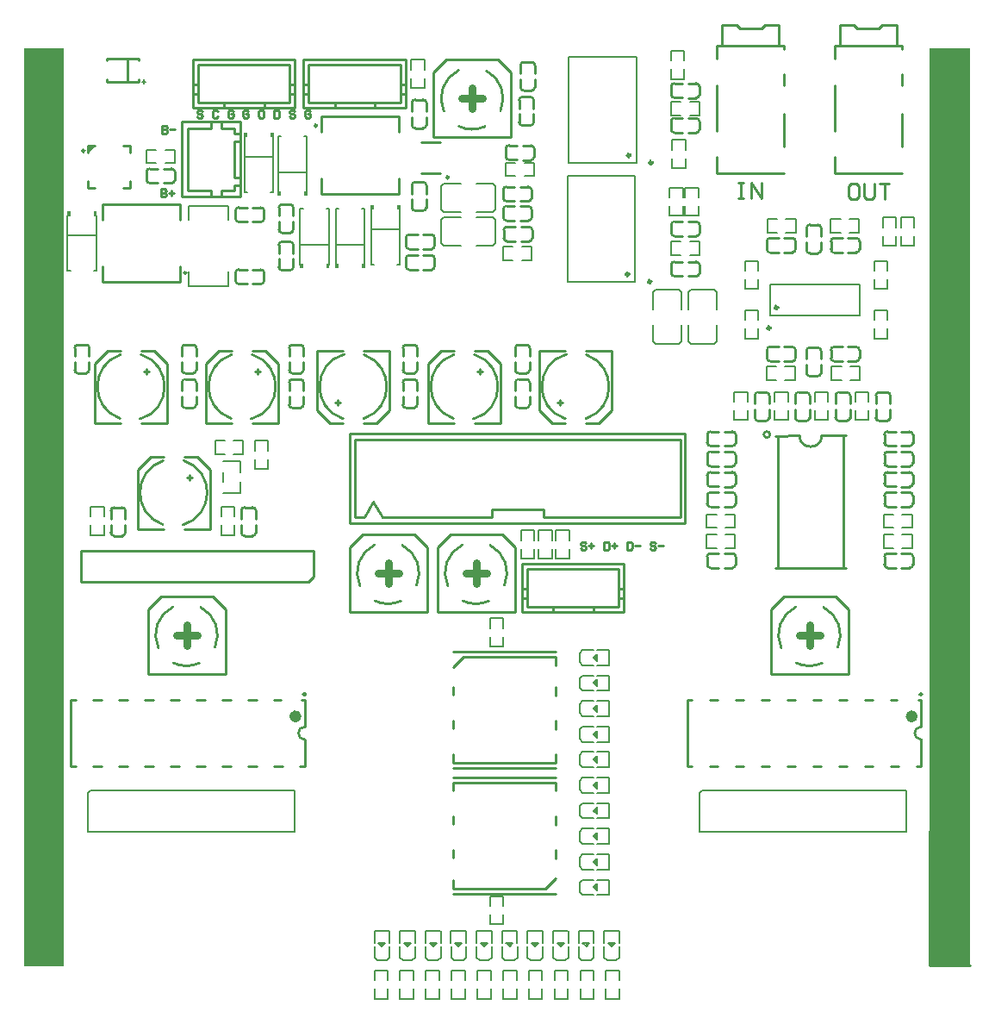
<source format=gto>
G04*
G04 #@! TF.GenerationSoftware,Altium Limited,Altium Designer,20.2.6 (244)*
G04*
G04 Layer_Color=65535*
%FSLAX24Y24*%
%MOIN*%
G70*
G04*
G04 #@! TF.SameCoordinates,B6A14326-B2C9-468C-B45E-93355CF85A49*
G04*
G04*
G04 #@! TF.FilePolarity,Positive*
G04*
G01*
G75*
%ADD10C,0.0100*%
%ADD11C,0.0118*%
%ADD12C,0.0236*%
%ADD13C,0.0098*%
%ADD14C,0.0098*%
%ADD15C,0.0060*%
%ADD16C,0.0060*%
%ADD17C,0.0300*%
%ADD18C,0.0059*%
G36*
X23982Y48150D02*
X23882D01*
Y49050D01*
X23982D01*
Y48150D01*
D02*
G37*
G36*
X29582Y45993D02*
X29450D01*
Y46173D01*
X29582D01*
Y45993D01*
D02*
G37*
G36*
X28550D02*
X28418D01*
Y46173D01*
X28550D01*
Y45993D01*
D02*
G37*
G36*
X22373Y45470D02*
Y45677D01*
X22580Y45680D01*
X22373Y45470D01*
D02*
G37*
G36*
X29850Y43727D02*
X29718D01*
Y43907D01*
X29850D01*
Y43727D01*
D02*
G37*
G36*
X22732Y42943D02*
X22600D01*
Y43123D01*
X22732D01*
Y42943D01*
D02*
G37*
G36*
X21700D02*
X21568D01*
Y43123D01*
X21700D01*
Y42943D01*
D02*
G37*
G36*
X21460Y13950D02*
X19900D01*
Y49450D01*
X21460D01*
Y13950D01*
D02*
G37*
G36*
X30882Y43727D02*
X30750D01*
Y43907D01*
X30882D01*
Y43727D01*
D02*
G37*
G36*
X34482Y43193D02*
X34350D01*
Y43373D01*
X34482D01*
Y43193D01*
D02*
G37*
G36*
X33450D02*
X33318D01*
Y43373D01*
X33450D01*
Y43193D01*
D02*
G37*
G36*
X33103Y40927D02*
X32971D01*
Y41107D01*
X33103D01*
Y40927D01*
D02*
G37*
G36*
X32071D02*
X31940D01*
Y41107D01*
X32071D01*
Y40927D01*
D02*
G37*
G36*
X31732D02*
X31600D01*
Y41107D01*
X31732D01*
Y40927D01*
D02*
G37*
G36*
X30700D02*
X30568D01*
Y41107D01*
X30700D01*
Y40927D01*
D02*
G37*
G36*
X56500Y13950D02*
X54940D01*
Y49450D01*
X56500D01*
Y13950D01*
D02*
G37*
D10*
X33484Y28067D02*
G03*
X34497Y28058I516J1083D01*
G01*
X35100Y28672D02*
G03*
X34557Y30213I-1100J478D01*
G01*
X33482Y30233D02*
G03*
X32909Y28650I518J-1083D01*
G01*
X36882Y30233D02*
G03*
X36309Y28650I518J-1083D01*
G01*
X38500Y28672D02*
G03*
X37957Y30213I-1100J478D01*
G01*
X36884Y28067D02*
G03*
X37897Y28058I516J1083D01*
G01*
X49784Y25667D02*
G03*
X50797Y25658I516J1083D01*
G01*
X51400Y26272D02*
G03*
X50857Y27813I-1100J478D01*
G01*
X49782Y27833D02*
G03*
X49209Y26250I518J-1083D01*
G01*
X26200Y40750D02*
G03*
X26200Y40750I-50J0D01*
G01*
X31250Y46450D02*
G03*
X31250Y46450I-50J0D01*
G01*
X53325Y29902D02*
G03*
X53203Y29780I0J-122D01*
G01*
Y29465D02*
G03*
X53325Y29343I122J-0D01*
G01*
X54303Y29778D02*
G03*
X54181Y29900I-122J0D01*
G01*
Y29341D02*
G03*
X54303Y29463I0J122D01*
G01*
X54181Y31698D02*
G03*
X54303Y31820I0J122D01*
G01*
Y32135D02*
G03*
X54181Y32257I-122J0D01*
G01*
X53203Y31822D02*
G03*
X53325Y31700I122J-0D01*
G01*
Y32259D02*
G03*
X53203Y32137I0J-122D01*
G01*
X54181Y32484D02*
G03*
X54303Y32606I0J122D01*
G01*
Y32921D02*
G03*
X54181Y33043I-122J0D01*
G01*
X53203Y32608D02*
G03*
X53325Y32486I122J-0D01*
G01*
Y33045D02*
G03*
X53203Y32923I0J-122D01*
G01*
X54181Y33270D02*
G03*
X54303Y33392I0J122D01*
G01*
Y33706D02*
G03*
X54181Y33828I-122J0D01*
G01*
X53203Y33394D02*
G03*
X53325Y33272I122J-0D01*
G01*
Y33831D02*
G03*
X53203Y33709I0J-122D01*
G01*
X54181Y34055D02*
G03*
X54303Y34177I0J122D01*
G01*
Y34492D02*
G03*
X54181Y34614I-122J0D01*
G01*
X53203Y34180D02*
G03*
X53325Y34058I122J-0D01*
G01*
Y34616D02*
G03*
X53203Y34495I0J-122D01*
G01*
X49917Y34460D02*
G03*
X50783Y34460I433J0D01*
G01*
X48775Y34498D02*
G03*
X48775Y34498I-118J0D01*
G01*
X28701Y35098D02*
G03*
X28746Y37588I-351J1252D01*
G01*
X27939Y37583D02*
G03*
X27923Y35122I411J-1233D01*
G01*
X26018Y36991D02*
G03*
X26140Y36869I122J0D01*
G01*
X26455D02*
G03*
X26577Y36991I0J122D01*
G01*
X26143Y37970D02*
G03*
X26021Y37848I-0J-122D01*
G01*
X26580D02*
G03*
X26458Y37970I-122J0D01*
G01*
X26580Y36509D02*
G03*
X26458Y36631I-122J0D01*
G01*
X26143D02*
G03*
X26021Y36509I-0J-122D01*
G01*
X26455Y35530D02*
G03*
X26577Y35652I0J122D01*
G01*
X26018D02*
G03*
X26140Y35530I122J0D01*
G01*
X54628Y23200D02*
G03*
X54628Y22700I-0J-250D01*
G01*
X25289Y33483D02*
G03*
X25273Y31022I411J-1233D01*
G01*
X26051Y30998D02*
G03*
X26096Y33488I-351J1252D01*
G01*
X28320Y30700D02*
G03*
X28442Y30578I122J0D01*
G01*
X28757D02*
G03*
X28879Y30700I0J122D01*
G01*
X28445Y31679D02*
G03*
X28323Y31557I-0J-122D01*
G01*
X28882D02*
G03*
X28760Y31679I-122J0D01*
G01*
X23639Y37583D02*
G03*
X23623Y35122I411J-1233D01*
G01*
X24401Y35098D02*
G03*
X24446Y37588I-351J1252D01*
G01*
X21870Y36991D02*
G03*
X21992Y36869I122J0D01*
G01*
X22307D02*
G03*
X22429Y36991I0J122D01*
G01*
X21995Y37970D02*
G03*
X21873Y37848I-0J-122D01*
G01*
X22432D02*
G03*
X22310Y37970I-122J0D01*
G01*
X23270Y30700D02*
G03*
X23392Y30578I122J0D01*
G01*
X23707D02*
G03*
X23829Y30700I0J122D01*
G01*
X23395Y31679D02*
G03*
X23273Y31557I-0J-122D01*
G01*
X23832D02*
G03*
X23710Y31679I-122J0D01*
G01*
X30778Y23200D02*
G03*
X30778Y22700I-0J-250D01*
G01*
X25684Y25667D02*
G03*
X26697Y25658I516J1083D01*
G01*
X27300Y26272D02*
G03*
X26757Y27813I-1100J478D01*
G01*
X25682Y27833D02*
G03*
X25109Y26250I518J-1083D01*
G01*
X25625Y44220D02*
G03*
X25747Y44342I0J122D01*
G01*
Y44657D02*
G03*
X25625Y44779I-122J0D01*
G01*
X24647Y44345D02*
G03*
X24769Y44223I122J-0D01*
G01*
Y44782D02*
G03*
X24647Y44660I0J-122D01*
G01*
X29075Y40320D02*
G03*
X29197Y40442I0J122D01*
G01*
Y40757D02*
G03*
X29075Y40879I-122J0D01*
G01*
X28097Y40445D02*
G03*
X28219Y40323I122J-0D01*
G01*
Y40882D02*
G03*
X28097Y40760I0J-122D01*
G01*
X29075Y42720D02*
G03*
X29197Y42842I0J122D01*
G01*
Y43157D02*
G03*
X29075Y43279I-122J0D01*
G01*
X28097Y42845D02*
G03*
X28219Y42723I122J-0D01*
G01*
Y43282D02*
G03*
X28097Y43160I0J-122D01*
G01*
X36539Y37583D02*
G03*
X36523Y35122I411J-1233D01*
G01*
X37301Y35098D02*
G03*
X37346Y37588I-351J1252D01*
G01*
X34568Y35652D02*
G03*
X34690Y35530I122J0D01*
G01*
X35005D02*
G03*
X35127Y35652I0J122D01*
G01*
X34693Y36631D02*
G03*
X34571Y36509I-0J-122D01*
G01*
X35130D02*
G03*
X35008Y36631I-122J0D01*
G01*
X35130Y37848D02*
G03*
X35008Y37970I-122J0D01*
G01*
X34693D02*
G03*
X34571Y37848I-0J-122D01*
G01*
X35005Y36869D02*
G03*
X35127Y36991I0J122D01*
G01*
X34568D02*
G03*
X34690Y36869I122J0D01*
G01*
X36350Y44450D02*
G03*
X36350Y44450I-50J0D01*
G01*
X35480Y47325D02*
G03*
X35358Y47447I-122J0D01*
G01*
X35043D02*
G03*
X34921Y47325I-0J-122D01*
G01*
X35355Y46347D02*
G03*
X35477Y46469I0J122D01*
G01*
X34918D02*
G03*
X35040Y46347I122J0D01*
G01*
X34918Y43275D02*
G03*
X35040Y43153I122J0D01*
G01*
X35355D02*
G03*
X35477Y43275I0J122D01*
G01*
X35043Y44253D02*
G03*
X34921Y44131I-0J-122D01*
G01*
X35480D02*
G03*
X35358Y44253I-122J0D01*
G01*
X36734Y46417D02*
G03*
X37747Y46408I516J1083D01*
G01*
X38350Y47022D02*
G03*
X37807Y48563I-1100J478D01*
G01*
X36732Y48583D02*
G03*
X36159Y47000I518J-1083D01*
G01*
X29770Y40975D02*
G03*
X29892Y40853I122J0D01*
G01*
X30207D02*
G03*
X30329Y40975I0J122D01*
G01*
X29895Y41953D02*
G03*
X29773Y41831I-0J-122D01*
G01*
X30332D02*
G03*
X30210Y41953I-122J0D01*
G01*
X30332Y43275D02*
G03*
X30210Y43397I-122J0D01*
G01*
X29895D02*
G03*
X29773Y43275I-0J-122D01*
G01*
X30207Y42297D02*
G03*
X30329Y42419I0J122D01*
G01*
X29770D02*
G03*
X29892Y42297I122J0D01*
G01*
X30730Y37848D02*
G03*
X30608Y37970I-122J0D01*
G01*
X30293D02*
G03*
X30171Y37848I-0J-122D01*
G01*
X30605Y36869D02*
G03*
X30727Y36991I0J122D01*
G01*
X30168D02*
G03*
X30290Y36869I122J0D01*
G01*
X30168Y35652D02*
G03*
X30290Y35530I122J0D01*
G01*
X30605D02*
G03*
X30727Y35652I0J122D01*
G01*
X30293Y36631D02*
G03*
X30171Y36509I-0J-122D01*
G01*
X30730D02*
G03*
X30608Y36631I-122J0D01*
G01*
X33061Y35117D02*
G03*
X33077Y37578I-411J1233D01*
G01*
X32299Y37602D02*
G03*
X32254Y35112I351J-1252D01*
G01*
X38918Y35652D02*
G03*
X39040Y35530I122J0D01*
G01*
X39355D02*
G03*
X39477Y35652I0J122D01*
G01*
X39043Y36631D02*
G03*
X38921Y36509I-0J-122D01*
G01*
X39480D02*
G03*
X39358Y36631I-122J0D01*
G01*
X39480Y37848D02*
G03*
X39358Y37970I-122J0D01*
G01*
X39043D02*
G03*
X38921Y37848I-0J-122D01*
G01*
X39355Y36869D02*
G03*
X39477Y36991I0J122D01*
G01*
X38918D02*
G03*
X39040Y36869I122J0D01*
G01*
X41661Y35117D02*
G03*
X41677Y37578I-411J1233D01*
G01*
X40899Y37602D02*
G03*
X40854Y35112I351J-1252D01*
G01*
X35675Y41670D02*
G03*
X35797Y41792I0J122D01*
G01*
Y42107D02*
G03*
X35675Y42229I-122J0D01*
G01*
X34697Y41795D02*
G03*
X34819Y41673I122J-0D01*
G01*
Y42232D02*
G03*
X34697Y42110I0J-122D01*
G01*
X35675Y40870D02*
G03*
X35797Y40992I0J122D01*
G01*
Y41307D02*
G03*
X35675Y41429I-122J0D01*
G01*
X34697Y40995D02*
G03*
X34819Y40873I122J-0D01*
G01*
Y41432D02*
G03*
X34697Y41310I0J-122D01*
G01*
X49642Y41539D02*
G03*
X49764Y41661I0J122D01*
G01*
Y41976D02*
G03*
X49642Y42098I-122J0D01*
G01*
X48663Y41663D02*
G03*
X48785Y41541I122J-0D01*
G01*
Y42100D02*
G03*
X48663Y41978I0J-122D01*
G01*
X48785Y37891D02*
G03*
X48663Y37769I0J-122D01*
G01*
Y37454D02*
G03*
X48785Y37332I122J-0D01*
G01*
X49764Y37767D02*
G03*
X49642Y37889I-122J0D01*
G01*
Y37330D02*
G03*
X49764Y37452I0J122D01*
G01*
X50193Y41636D02*
G03*
X50315Y41514I122J0D01*
G01*
X50630D02*
G03*
X50752Y41636I0J122D01*
G01*
X50317Y42615D02*
G03*
X50195Y42493I-0J-122D01*
G01*
X50754D02*
G03*
X50632Y42615I-122J0D01*
G01*
X50752Y37737D02*
G03*
X50630Y37859I-122J0D01*
G01*
X50315D02*
G03*
X50193Y37737I-0J-122D01*
G01*
X50628Y36758D02*
G03*
X50750Y36880I0J122D01*
G01*
X50191D02*
G03*
X50313Y36758I122J0D01*
G01*
X51256Y42100D02*
G03*
X51134Y41978I0J-122D01*
G01*
Y41663D02*
G03*
X51256Y41541I122J-0D01*
G01*
X52235Y41976D02*
G03*
X52113Y42098I-122J0D01*
G01*
Y41539D02*
G03*
X52235Y41661I0J122D01*
G01*
X52113Y37330D02*
G03*
X52235Y37452I0J122D01*
G01*
Y37767D02*
G03*
X52113Y37889I-122J0D01*
G01*
X51134Y37454D02*
G03*
X51256Y37332I122J-0D01*
G01*
Y37891D02*
G03*
X51134Y37769I0J-122D01*
G01*
X38599Y42530D02*
G03*
X38477Y42408I0J-122D01*
G01*
Y42093D02*
G03*
X38599Y41971I122J-0D01*
G01*
X39578Y42405D02*
G03*
X39456Y42527I-122J0D01*
G01*
Y41968D02*
G03*
X39578Y42090I0J122D01*
G01*
X45925Y40620D02*
G03*
X46047Y40742I0J122D01*
G01*
Y41057D02*
G03*
X45925Y41179I-122J0D01*
G01*
X44947Y40745D02*
G03*
X45069Y40623I122J-0D01*
G01*
Y41182D02*
G03*
X44947Y41060I0J-122D01*
G01*
X47325Y32484D02*
G03*
X47447Y32606I0J122D01*
G01*
Y32921D02*
G03*
X47325Y33043I-122J0D01*
G01*
X46347Y32608D02*
G03*
X46469Y32486I122J-0D01*
G01*
Y33045D02*
G03*
X46347Y32923I0J-122D01*
G01*
X47325Y31698D02*
G03*
X47447Y31820I0J122D01*
G01*
Y32135D02*
G03*
X47325Y32257I-122J0D01*
G01*
X46347Y31822D02*
G03*
X46469Y31700I122J-0D01*
G01*
Y32259D02*
G03*
X46347Y32137I0J-122D01*
G01*
X47325Y33270D02*
G03*
X47447Y33392I0J122D01*
G01*
Y33706D02*
G03*
X47325Y33828I-122J0D01*
G01*
X46347Y33394D02*
G03*
X46469Y33272I122J-0D01*
G01*
Y33831D02*
G03*
X46347Y33709I0J-122D01*
G01*
X47325Y34055D02*
G03*
X47447Y34177I0J122D01*
G01*
Y34492D02*
G03*
X47325Y34614I-122J0D01*
G01*
X46347Y34180D02*
G03*
X46469Y34058I122J-0D01*
G01*
Y34616D02*
G03*
X46347Y34495I0J-122D01*
G01*
X38575Y43330D02*
G03*
X38453Y43208I0J-122D01*
G01*
Y42893D02*
G03*
X38575Y42771I122J-0D01*
G01*
X39553Y43205D02*
G03*
X39431Y43327I-122J0D01*
G01*
Y42768D02*
G03*
X39553Y42890I0J122D01*
G01*
X45075Y42730D02*
G03*
X44953Y42608I0J-122D01*
G01*
Y42293D02*
G03*
X45075Y42171I122J-0D01*
G01*
X46053Y42605D02*
G03*
X45931Y42727I-122J0D01*
G01*
Y42168D02*
G03*
X46053Y42290I0J122D01*
G01*
X39425Y43520D02*
G03*
X39547Y43642I0J122D01*
G01*
Y43957D02*
G03*
X39425Y44079I-122J0D01*
G01*
X38447Y43645D02*
G03*
X38569Y43523I122J-0D01*
G01*
Y44082D02*
G03*
X38447Y43960I0J-122D01*
G01*
X47325Y29341D02*
G03*
X47447Y29463I0J122D01*
G01*
Y29778D02*
G03*
X47325Y29900I-122J0D01*
G01*
X46347Y29465D02*
G03*
X46469Y29343I122J-0D01*
G01*
Y29902D02*
G03*
X46347Y29780I0J-122D01*
G01*
X38675Y45680D02*
G03*
X38553Y45558I0J-122D01*
G01*
Y45243D02*
G03*
X38675Y45121I122J-0D01*
G01*
X39653Y45555D02*
G03*
X39531Y45677I-122J0D01*
G01*
Y45118D02*
G03*
X39653Y45240I0J122D01*
G01*
X45925Y46170D02*
G03*
X46047Y46292I0J122D01*
G01*
Y46607D02*
G03*
X45925Y46729I-122J0D01*
G01*
X44947Y46295D02*
G03*
X45069Y46173I122J-0D01*
G01*
Y46732D02*
G03*
X44947Y46610I0J-122D01*
G01*
X39070Y46575D02*
G03*
X39192Y46453I122J0D01*
G01*
X39507D02*
G03*
X39629Y46575I0J122D01*
G01*
X39195Y47553D02*
G03*
X39073Y47431I-0J-122D01*
G01*
X39632D02*
G03*
X39510Y47553I-122J0D01*
G01*
X45069Y48080D02*
G03*
X44947Y47958I0J-122D01*
G01*
Y47643D02*
G03*
X45069Y47521I122J-0D01*
G01*
X46047Y47955D02*
G03*
X45925Y48077I-122J0D01*
G01*
Y47518D02*
G03*
X46047Y47640I0J122D01*
G01*
X48190Y35150D02*
G03*
X48312Y35028I122J0D01*
G01*
X48627D02*
G03*
X48749Y35150I0J122D01*
G01*
X48314Y36129D02*
G03*
X48192Y36007I-0J-122D01*
G01*
X48751D02*
G03*
X48629Y36129I-122J0D01*
G01*
X52870Y35150D02*
G03*
X52992Y35028I122J0D01*
G01*
X53307D02*
G03*
X53429Y35150I0J122D01*
G01*
X52995Y36129D02*
G03*
X52873Y36007I-0J-122D01*
G01*
X53432D02*
G03*
X53310Y36129I-122J0D01*
G01*
X49750Y35150D02*
G03*
X49872Y35028I122J0D01*
G01*
X50187D02*
G03*
X50309Y35150I0J122D01*
G01*
X49874Y36129D02*
G03*
X49752Y36007I-0J-122D01*
G01*
X50311D02*
G03*
X50189Y36129I-122J0D01*
G01*
X51310Y35150D02*
G03*
X51432Y35028I122J0D01*
G01*
X51747D02*
G03*
X51869Y35150I0J122D01*
G01*
X51435Y36129D02*
G03*
X51313Y36007I-0J-122D01*
G01*
X51872D02*
G03*
X51750Y36129I-122J0D01*
G01*
X39120Y47925D02*
G03*
X39242Y47803I122J0D01*
G01*
X39557D02*
G03*
X39679Y47925I0J122D01*
G01*
X39245Y48903D02*
G03*
X39123Y48781I-0J-122D01*
G01*
X39682D02*
G03*
X39560Y48903I-122J0D01*
G01*
X32700Y31300D02*
X33067D01*
X32504Y31068D02*
X45496Y31068D01*
X33067Y31296D02*
X33400Y31900D01*
X40000Y31300D02*
X45300D01*
Y34300D01*
X32700D02*
X45300D01*
X32700Y31300D02*
Y34300D01*
X40000Y31300D02*
Y31600D01*
X38000D02*
X40000D01*
X38000Y31300D02*
Y31600D01*
X32504Y31068D02*
Y34532D01*
X45496Y31068D02*
Y34532D01*
X32504D02*
X45496D01*
X33767Y31300D02*
X38000D01*
X33400Y31900D02*
X33767Y31296D01*
X32500Y27650D02*
Y30150D01*
X33000Y30650D01*
X35000D01*
X35500Y27650D02*
Y30150D01*
X35000Y30650D02*
X35500Y30150D01*
X32500Y27650D02*
X35500D01*
X31100Y29000D02*
Y30000D01*
X30900Y28800D02*
X31100Y29000D01*
X22100Y28800D02*
X30900D01*
X22100D02*
Y30000D01*
X31100D01*
X35900Y27650D02*
X38900D01*
X38400Y30650D02*
X38900Y30150D01*
Y27650D02*
Y30150D01*
X36400Y30650D02*
X38400D01*
X35900Y30150D02*
X36400Y30650D01*
X35900Y27650D02*
Y30150D01*
X48800Y25250D02*
Y27750D01*
X49300Y28250D01*
X51300D01*
X51800Y25250D02*
Y27750D01*
X51300Y28250D02*
X51800Y27750D01*
X48800Y25250D02*
X51800D01*
X22950Y42800D02*
Y43400D01*
X25950Y42800D02*
Y43400D01*
Y40400D02*
Y41000D01*
X22950Y40400D02*
Y41000D01*
Y40400D02*
X25950D01*
X22950Y43400D02*
X25950D01*
X34400Y43800D02*
Y44400D01*
X31400Y43800D02*
Y44400D01*
Y46200D02*
Y46800D01*
X34400Y46200D02*
Y46800D01*
X31400D02*
X34400D01*
X31400Y43800D02*
X34400D01*
X54303Y29463D02*
Y29778D01*
X53866Y29900D02*
X54181D01*
X53866Y29341D02*
X54181D01*
X53325Y29902D02*
X53640D01*
X53203Y29465D02*
Y29780D01*
X53325Y29343D02*
X53640D01*
X53203Y31822D02*
Y32137D01*
X53325Y31700D02*
X53640D01*
X53325Y32259D02*
X53640D01*
X53866Y31698D02*
X54181D01*
X54303Y31820D02*
Y32135D01*
X53866Y32257D02*
X54181D01*
X53203Y32608D02*
Y32923D01*
X53325Y32486D02*
X53640D01*
X53325Y33045D02*
X53640D01*
X53866Y32484D02*
X54181D01*
X54303Y32606D02*
Y32921D01*
X53866Y33043D02*
X54181D01*
X53203Y33394D02*
Y33709D01*
X53325Y33272D02*
X53640D01*
X53325Y33831D02*
X53640D01*
X53866Y33270D02*
X54181D01*
X54303Y33392D02*
Y33706D01*
X53866Y33828D02*
X54181D01*
X53203Y34180D02*
Y34495D01*
X53325Y34058D02*
X53640D01*
X53325Y34616D02*
X53640D01*
X53866Y34055D02*
X54181D01*
X54303Y34177D02*
Y34492D01*
X53866Y34614D02*
X54181D01*
X49072Y29341D02*
Y34450D01*
X48972D02*
X49917Y34460D01*
X48972Y29341D02*
X51728D01*
X51628D02*
Y34468D01*
X50783Y34460D02*
X51728Y34468D01*
X28750Y34950D02*
X29750D01*
X26950D02*
X27950D01*
X26950D02*
Y37150D01*
Y37250D02*
X27450Y37750D01*
X26950Y37150D02*
Y37250D01*
X29250Y37750D02*
X29750Y37250D01*
Y37150D02*
Y37250D01*
X27450Y37750D02*
X27950D01*
X29750Y34950D02*
Y37150D01*
X28750Y37750D02*
X29250D01*
X26143Y37970D02*
X26458D01*
X26021Y37533D02*
Y37848D01*
X26580Y37533D02*
Y37848D01*
X26018Y36991D02*
Y37306D01*
X26140Y36869D02*
X26455D01*
X26577Y36991D02*
Y37306D01*
X26140Y35530D02*
X26455D01*
X26577Y35652D02*
Y35967D01*
X26018Y35652D02*
Y35967D01*
X26580Y36194D02*
Y36509D01*
X26143Y36631D02*
X26458D01*
X26021Y36194D02*
Y36509D01*
X54957Y13954D02*
Y19154D01*
Y13954D02*
X56517D01*
X54506Y24230D02*
X54628D01*
X53441D02*
X53694D01*
X52441D02*
X52759D01*
X51441D02*
X51759D01*
X50441D02*
X50759D01*
X49441D02*
X49759D01*
X48441D02*
X48759D01*
X47441D02*
X47759D01*
X46441D02*
X46759D01*
X45572D02*
X45759D01*
X45572Y21670D02*
Y24230D01*
Y21670D02*
X45759D01*
X46441D02*
X46759D01*
X47441D02*
X47759D01*
X48441D02*
X48759D01*
X49441D02*
X49759D01*
X50441D02*
X50759D01*
X51441D02*
X51759D01*
X52441D02*
X52759D01*
X53441D02*
X53759D01*
X54441D02*
X54628D01*
Y22700D01*
Y23200D02*
Y24230D01*
X26100Y33650D02*
X26600D01*
X27100Y30850D02*
Y33050D01*
X24800Y33650D02*
X25300D01*
X27100Y33050D02*
Y33150D01*
X26600Y33650D02*
X27100Y33150D01*
X24300Y33050D02*
Y33150D01*
X24800Y33650D01*
X24300Y30850D02*
Y33050D01*
Y30850D02*
X25300D01*
X26100D02*
X27100D01*
X28323Y31242D02*
Y31557D01*
X28445Y31679D02*
X28760D01*
X28882Y31242D02*
Y31557D01*
X28320Y30700D02*
Y31015D01*
X28879Y30700D02*
Y31015D01*
X28442Y30578D02*
X28757D01*
X24450Y37750D02*
X24950D01*
X25450Y34950D02*
Y37150D01*
X23150Y37750D02*
X23650D01*
X25450Y37150D02*
Y37250D01*
X24950Y37750D02*
X25450Y37250D01*
X22650Y37150D02*
Y37250D01*
X23150Y37750D01*
X22650Y34950D02*
Y37150D01*
Y34950D02*
X23650D01*
X24450D02*
X25450D01*
X21873Y37533D02*
Y37848D01*
X21995Y37970D02*
X22310D01*
X22432Y37533D02*
Y37848D01*
X21870Y36991D02*
Y37306D01*
X22429Y36991D02*
Y37306D01*
X21992Y36869D02*
X22307D01*
X23273Y31242D02*
Y31557D01*
X23395Y31679D02*
X23710D01*
X23832Y31242D02*
Y31557D01*
X23270Y30700D02*
Y31015D01*
X23829Y30700D02*
Y31015D01*
X23392Y30578D02*
X23707D01*
X39376Y27819D02*
Y29304D01*
Y27819D02*
X42930D01*
Y29304D01*
X39376D02*
X42930D01*
X43117Y27650D02*
Y29500D01*
X42930Y28519D02*
X43117D01*
X42930Y28162D02*
X43117D01*
X39180Y27650D02*
Y29500D01*
Y28519D02*
X39367D01*
X39180Y28152D02*
X39367Y28169D01*
X39180Y29500D02*
X43117D01*
X41945Y27650D02*
Y27819D01*
X40395Y27650D02*
Y27819D01*
X39180Y27650D02*
X43117D01*
X30656Y24230D02*
X30778D01*
X29591D02*
X29844D01*
X28591D02*
X28909D01*
X27591D02*
X27909D01*
X26591D02*
X26909D01*
X25591D02*
X25909D01*
X24591D02*
X24909D01*
X23591D02*
X23909D01*
X22591D02*
X22909D01*
X21722D02*
X21909D01*
X21722Y21670D02*
Y24230D01*
Y21670D02*
X21909D01*
X22591D02*
X22909D01*
X23591D02*
X23909D01*
X24591D02*
X24909D01*
X25591D02*
X25909D01*
X26591D02*
X26909D01*
X27591D02*
X27909D01*
X28591D02*
X28909D01*
X29591D02*
X29909D01*
X30591D02*
X30778D01*
Y22700D01*
Y23200D02*
Y24230D01*
X24700Y25250D02*
Y27750D01*
X25200Y28250D01*
X27200D01*
X27700Y25250D02*
Y27750D01*
X27200Y28250D02*
X27700Y27750D01*
X24700Y25250D02*
X27700D01*
X22567Y45677D02*
X22581D01*
X22373Y45483D02*
X22567Y45677D01*
X24027Y45388D02*
Y45677D01*
X22373Y44023D02*
Y44302D01*
Y45390D02*
Y45677D01*
X23738Y44023D02*
X24027D01*
X22373D02*
X22650D01*
X23738Y45677D02*
X24027D01*
X22373D02*
X22650D01*
X24027Y44023D02*
Y44300D01*
X24769Y44223D02*
X25084D01*
X24647Y44345D02*
Y44660D01*
X24769Y44782D02*
X25084D01*
X25310Y44220D02*
X25625D01*
X25310Y44779D02*
X25625D01*
X25747Y44342D02*
Y44657D01*
X23102Y48967D02*
Y49050D01*
Y48150D02*
Y48233D01*
X24362Y48967D02*
Y49050D01*
Y48150D02*
Y48233D01*
X23102Y48150D02*
X24362D01*
X23102Y49050D02*
X23783D01*
X24362D01*
X26645Y47319D02*
Y48803D01*
Y47319D02*
X30199D01*
Y48803D01*
X26645D02*
X30199D01*
X30386Y47150D02*
Y49000D01*
X30199Y48019D02*
X30386D01*
X30199Y47662D02*
X30386D01*
X26448Y47150D02*
Y49000D01*
Y48019D02*
X26635D01*
X26448Y47652D02*
X26635Y47669D01*
X26448Y49000D02*
X30386D01*
X29214Y47150D02*
Y47319D01*
X27664Y47150D02*
Y47319D01*
X26448Y47150D02*
X30386D01*
X26250Y43950D02*
X27150D01*
Y43750D02*
Y43950D01*
X27550Y43750D02*
Y43950D01*
X28050D01*
Y44150D01*
X28250D01*
X28050Y44450D02*
X28250D01*
X28050D02*
Y45850D01*
X28250D01*
X28050Y46150D02*
X28250D01*
X28050D02*
Y46350D01*
X27550D02*
X28050D01*
X27550D02*
Y46550D01*
X27150Y46350D02*
Y46550D01*
X26250Y46350D02*
X27150D01*
X26250Y43950D02*
Y46350D01*
X26011Y43693D02*
X28275D01*
X26011D02*
X26011Y46607D01*
X26011D02*
X28275D01*
Y43693D02*
Y46607D01*
X30926Y47319D02*
Y48803D01*
Y47319D02*
X34480D01*
Y48803D01*
X30926D02*
X34480D01*
X34667Y47150D02*
Y49000D01*
X34480Y48019D02*
X34667D01*
X34480Y47662D02*
X34667D01*
X30730Y47150D02*
Y49000D01*
Y48019D02*
X30917D01*
X30730Y47652D02*
X30917Y47669D01*
X30730Y49000D02*
X34667D01*
X33495Y47150D02*
Y47319D01*
X31945Y47150D02*
Y47319D01*
X30730Y47150D02*
X34667D01*
X28219Y40323D02*
X28534D01*
X28097Y40445D02*
Y40760D01*
X28219Y40882D02*
X28534D01*
X28760Y40320D02*
X29075D01*
X28760Y40879D02*
X29075D01*
X29197Y40442D02*
Y40757D01*
X28219Y42723D02*
X28534D01*
X28097Y42845D02*
Y43160D01*
X28219Y43282D02*
X28534D01*
X28760Y42720D02*
X29075D01*
X28760Y43279D02*
X29075D01*
X29197Y42842D02*
Y43157D01*
X37350Y37750D02*
X37850D01*
X38350Y34950D02*
Y37150D01*
X36050Y37750D02*
X36550D01*
X38350Y37150D02*
Y37250D01*
X37850Y37750D02*
X38350Y37250D01*
X35550Y37150D02*
Y37250D01*
X36050Y37750D01*
X35550Y34950D02*
Y37150D01*
Y34950D02*
X36550D01*
X37350D02*
X38350D01*
X34571Y36194D02*
Y36509D01*
X34693Y36631D02*
X35008D01*
X35130Y36194D02*
Y36509D01*
X34568Y35652D02*
Y35967D01*
X35127Y35652D02*
Y35967D01*
X34690Y35530D02*
X35005D01*
X35127Y36991D02*
Y37306D01*
X34690Y36869D02*
X35005D01*
X34568Y36991D02*
Y37306D01*
X35130Y37533D02*
Y37848D01*
X34571Y37533D02*
Y37848D01*
X34693Y37970D02*
X35008D01*
X35296Y44590D02*
X36004D01*
X35296Y45810D02*
X36004D01*
X35477Y46469D02*
Y46784D01*
X35040Y46347D02*
X35355D01*
X34918Y46469D02*
Y46784D01*
X35480Y47010D02*
Y47325D01*
X34921Y47010D02*
Y47325D01*
X35043Y47447D02*
X35358D01*
X34921Y43816D02*
Y44131D01*
X35043Y44253D02*
X35358D01*
X35480Y43816D02*
Y44131D01*
X34918Y43275D02*
Y43590D01*
X35477Y43275D02*
Y43590D01*
X35040Y43153D02*
X35355D01*
X35750Y46000D02*
Y48500D01*
X36250Y49000D01*
X38250D01*
X38750Y46000D02*
Y48500D01*
X38250Y49000D02*
X38750Y48500D01*
X35750Y46000D02*
X38750D01*
X29773Y41516D02*
Y41831D01*
X29895Y41953D02*
X30210D01*
X30332Y41516D02*
Y41831D01*
X29770Y40975D02*
Y41290D01*
X30329Y40975D02*
Y41290D01*
X29892Y40853D02*
X30207D01*
X30329Y42419D02*
Y42734D01*
X29892Y42297D02*
X30207D01*
X29770Y42419D02*
Y42734D01*
X30332Y42960D02*
Y43275D01*
X29773Y42960D02*
Y43275D01*
X29895Y43397D02*
X30210D01*
X30727Y36991D02*
Y37306D01*
X30290Y36869D02*
X30605D01*
X30168Y36991D02*
Y37306D01*
X30730Y37533D02*
Y37848D01*
X30171Y37533D02*
Y37848D01*
X30293Y37970D02*
X30608D01*
X30171Y36194D02*
Y36509D01*
X30293Y36631D02*
X30608D01*
X30730Y36194D02*
Y36509D01*
X30168Y35652D02*
Y35967D01*
X30727Y35652D02*
Y35967D01*
X30290Y35530D02*
X30605D01*
X31750Y34950D02*
X32250D01*
X31250Y35550D02*
Y37750D01*
X33050Y34950D02*
X33550D01*
X31250Y35450D02*
Y35550D01*
Y35450D02*
X31750Y34950D01*
X34050Y35450D02*
Y35550D01*
X33550Y34950D02*
X34050Y35450D01*
Y35550D02*
Y37750D01*
X33050D02*
X34050D01*
X31250D02*
X32250D01*
X38921Y36194D02*
Y36509D01*
X39043Y36631D02*
X39358D01*
X39480Y36194D02*
Y36509D01*
X38918Y35652D02*
Y35967D01*
X39477Y35652D02*
Y35967D01*
X39040Y35530D02*
X39355D01*
X39477Y36991D02*
Y37306D01*
X39040Y36869D02*
X39355D01*
X38918Y36991D02*
Y37306D01*
X39480Y37533D02*
Y37848D01*
X38921Y37533D02*
Y37848D01*
X39043Y37970D02*
X39358D01*
X40350Y34950D02*
X40850D01*
X39850Y35550D02*
Y37750D01*
X41650Y34950D02*
X42150D01*
X39850Y35450D02*
Y35550D01*
Y35450D02*
X40350Y34950D01*
X42650Y35450D02*
Y35550D01*
X42150Y34950D02*
X42650Y35450D01*
Y35550D02*
Y37750D01*
X41650D02*
X42650D01*
X39850D02*
X40850D01*
X34819Y41673D02*
X35134D01*
X34697Y41795D02*
Y42110D01*
X34819Y42232D02*
X35134D01*
X35360Y41670D02*
X35675D01*
X35360Y42229D02*
X35675D01*
X35797Y41792D02*
Y42107D01*
X34819Y40873D02*
X35134D01*
X34697Y40995D02*
Y41310D01*
X34819Y41432D02*
X35134D01*
X35360Y40870D02*
X35675D01*
X35360Y41429D02*
X35675D01*
X35797Y40992D02*
Y41307D01*
X36930Y25900D02*
X40470D01*
X36530Y21600D02*
X40470D01*
X36530Y26100D02*
X40470D01*
X36530Y25500D02*
X36930Y25900D01*
X36530Y21800D02*
X40470D01*
X36530D02*
Y22130D01*
Y23120D02*
Y23450D01*
Y24420D02*
Y24750D01*
X40470Y25570D02*
Y25900D01*
Y24400D02*
Y24730D01*
Y21800D02*
Y22130D01*
Y23100D02*
Y23430D01*
X36530Y16950D02*
X40070D01*
X36530Y21250D02*
X40470D01*
X36530Y16750D02*
X40470D01*
X40070Y16950D02*
X40470Y17350D01*
X36530Y21050D02*
X40470D01*
Y20720D02*
Y21050D01*
Y19400D02*
Y19730D01*
Y18100D02*
Y18430D01*
X36530Y16950D02*
Y17280D01*
Y18120D02*
Y18450D01*
Y20720D02*
Y21050D01*
Y19420D02*
Y19750D01*
X48785Y41541D02*
X49100D01*
X48663Y41663D02*
Y41978D01*
X48785Y42100D02*
X49100D01*
X49327Y41539D02*
X49642D01*
X49327Y42098D02*
X49642D01*
X49764Y41661D02*
Y41976D01*
X49327Y37889D02*
X49642D01*
X49764Y37452D02*
Y37767D01*
X49327Y37330D02*
X49642D01*
X48785Y37891D02*
X49100D01*
X48785Y37332D02*
X49100D01*
X48663Y37454D02*
Y37769D01*
X48435Y50190D02*
X48575Y50330D01*
X49125D01*
X47615Y50190D02*
X48435D01*
X49125Y49530D02*
Y50330D01*
X46925D02*
X47475D01*
X47615Y50190D01*
X46925Y49530D02*
Y50330D01*
X46725Y49530D02*
X46925D01*
X49125D02*
X49325D01*
X46925D02*
X49125D01*
X46725Y44610D02*
X49325D01*
X46725Y46240D02*
Y47990D01*
X49325Y45640D02*
Y46890D01*
Y47990D02*
Y48440D01*
X46725Y49040D02*
Y49530D01*
Y44610D02*
Y45240D01*
X49325Y49390D02*
Y49530D01*
X50195Y42178D02*
Y42493D01*
X50317Y42615D02*
X50632D01*
X50754Y42178D02*
Y42493D01*
X50193Y41636D02*
Y41951D01*
X50752Y41636D02*
Y41951D01*
X50315Y41514D02*
X50630D01*
X50750Y36880D02*
Y37195D01*
X50313Y36758D02*
X50628D01*
X50191Y36880D02*
Y37195D01*
X50752Y37422D02*
Y37737D01*
X50193Y37422D02*
Y37737D01*
X50315Y37859D02*
X50630D01*
X52985Y50190D02*
X53125Y50330D01*
X53675D01*
X52165Y50190D02*
X52985D01*
X53675Y49530D02*
Y50330D01*
X51475D02*
X52025D01*
X52165Y50190D01*
X51475Y49530D02*
Y50330D01*
X51275Y49530D02*
X51475D01*
X53675D02*
X53875D01*
X51475D02*
X53675D01*
X51275Y44610D02*
X53875D01*
X51275Y46240D02*
Y47990D01*
X53875Y45640D02*
Y46890D01*
Y47990D02*
Y48440D01*
X51275Y49040D02*
Y49530D01*
Y44610D02*
Y45240D01*
X53875Y49390D02*
Y49530D01*
X51798Y42098D02*
X52113D01*
X52235Y41661D02*
Y41976D01*
X51798Y41539D02*
X52113D01*
X51256Y42100D02*
X51571D01*
X51256Y41541D02*
X51571D01*
X51134Y41663D02*
Y41978D01*
X51256Y37332D02*
X51571D01*
X51134Y37454D02*
Y37769D01*
X51256Y37891D02*
X51571D01*
X51798Y37330D02*
X52113D01*
X51798Y37889D02*
X52113D01*
X52235Y37452D02*
Y37767D01*
X39141Y42527D02*
X39456D01*
X39578Y42090D02*
Y42405D01*
X39141Y41968D02*
X39456D01*
X38599Y42530D02*
X38914D01*
X38599Y41971D02*
X38914D01*
X38477Y42093D02*
Y42408D01*
X45069Y40623D02*
X45384D01*
X44947Y40745D02*
Y41060D01*
X45069Y41182D02*
X45384D01*
X45610Y40620D02*
X45925D01*
X45610Y41179D02*
X45925D01*
X46047Y40742D02*
Y41057D01*
X46469Y32486D02*
X46784D01*
X46347Y32608D02*
Y32923D01*
X46469Y33045D02*
X46784D01*
X47010Y32484D02*
X47325D01*
X47010Y33043D02*
X47325D01*
X47447Y32606D02*
Y32921D01*
X46469Y31700D02*
X46784D01*
X46347Y31822D02*
Y32137D01*
X46469Y32259D02*
X46784D01*
X47010Y31698D02*
X47325D01*
X47010Y32257D02*
X47325D01*
X47447Y31820D02*
Y32135D01*
X46469Y33272D02*
X46784D01*
X46347Y33394D02*
Y33709D01*
X46469Y33831D02*
X46784D01*
X47010Y33270D02*
X47325D01*
X47010Y33828D02*
X47325D01*
X47447Y33392D02*
Y33706D01*
X46469Y34058D02*
X46784D01*
X46347Y34180D02*
Y34495D01*
X46469Y34616D02*
X46784D01*
X47010Y34055D02*
X47325D01*
X47010Y34614D02*
X47325D01*
X47447Y34177D02*
Y34492D01*
X39116Y43327D02*
X39431D01*
X39553Y42890D02*
Y43205D01*
X39116Y42768D02*
X39431D01*
X38575Y43330D02*
X38890D01*
X38575Y42771D02*
X38890D01*
X38453Y42893D02*
Y43208D01*
X45616Y42727D02*
X45931D01*
X46053Y42290D02*
Y42605D01*
X45616Y42168D02*
X45931D01*
X45075Y42730D02*
X45390D01*
X45075Y42171D02*
X45390D01*
X44953Y42293D02*
Y42608D01*
X38569Y43523D02*
X38884D01*
X38447Y43645D02*
Y43960D01*
X38569Y44082D02*
X38884D01*
X39110Y43520D02*
X39425D01*
X39110Y44079D02*
X39425D01*
X39547Y43642D02*
Y43957D01*
X46469Y29343D02*
X46784D01*
X46347Y29465D02*
Y29780D01*
X46469Y29902D02*
X46784D01*
X47010Y29341D02*
X47325D01*
X47010Y29900D02*
X47325D01*
X47447Y29463D02*
Y29778D01*
X39216Y45677D02*
X39531D01*
X39653Y45240D02*
Y45555D01*
X39216Y45118D02*
X39531D01*
X38675Y45680D02*
X38990D01*
X38675Y45121D02*
X38990D01*
X38553Y45243D02*
Y45558D01*
X45069Y46173D02*
X45384D01*
X44947Y46295D02*
Y46610D01*
X45069Y46732D02*
X45384D01*
X45610Y46170D02*
X45925D01*
X45610Y46729D02*
X45925D01*
X46047Y46292D02*
Y46607D01*
X39073Y47116D02*
Y47431D01*
X39195Y47553D02*
X39510D01*
X39632Y47116D02*
Y47431D01*
X39070Y46575D02*
Y46890D01*
X39629Y46575D02*
Y46890D01*
X39192Y46453D02*
X39507D01*
X45610Y48077D02*
X45925D01*
X46047Y47640D02*
Y47955D01*
X45610Y47518D02*
X45925D01*
X45069Y48080D02*
X45384D01*
X45069Y47521D02*
X45384D01*
X44947Y47643D02*
Y47958D01*
X48192Y35692D02*
Y36007D01*
X48314Y36129D02*
X48629D01*
X48751Y35692D02*
Y36007D01*
X48190Y35150D02*
Y35465D01*
X48749Y35150D02*
Y35465D01*
X48312Y35028D02*
X48627D01*
X52873Y35692D02*
Y36007D01*
X52995Y36129D02*
X53310D01*
X53432Y35692D02*
Y36007D01*
X52870Y35150D02*
Y35465D01*
X53429Y35150D02*
Y35465D01*
X52992Y35028D02*
X53307D01*
X49752Y35692D02*
Y36007D01*
X49874Y36129D02*
X50189D01*
X50311Y35692D02*
Y36007D01*
X49750Y35150D02*
Y35465D01*
X50309Y35150D02*
Y35465D01*
X49872Y35028D02*
X50187D01*
X51313Y35692D02*
Y36007D01*
X51435Y36129D02*
X51750D01*
X51872Y35692D02*
Y36007D01*
X51310Y35150D02*
Y35465D01*
X51869Y35150D02*
Y35465D01*
X51432Y35028D02*
X51747D01*
X39123Y48466D02*
Y48781D01*
X39245Y48903D02*
X39560D01*
X39682Y48466D02*
Y48781D01*
X39120Y47925D02*
Y48240D01*
X39679Y47925D02*
Y48240D01*
X39242Y47803D02*
X39557D01*
X25200Y44000D02*
Y43700D01*
X25350D01*
X25400Y43750D01*
Y43800D01*
X25350Y43850D01*
X25200D01*
X25350D01*
X25400Y43900D01*
Y43950D01*
X25350Y44000D01*
X25200D01*
X25500Y43850D02*
X25700D01*
X25600Y43950D02*
Y43750D01*
X25250Y46450D02*
Y46150D01*
X25400D01*
X25450Y46200D01*
Y46250D01*
X25400Y46300D01*
X25250D01*
X25400D01*
X25450Y46350D01*
Y46400D01*
X25400Y46450D01*
X25250D01*
X25550Y46300D02*
X25750D01*
X41650Y30300D02*
X41600Y30350D01*
X41500D01*
X41450Y30300D01*
Y30250D01*
X41500Y30200D01*
X41600D01*
X41650Y30150D01*
Y30100D01*
X41600Y30050D01*
X41500D01*
X41450Y30100D01*
X41750Y30200D02*
X41950D01*
X41850Y30300D02*
Y30100D01*
X42350Y30350D02*
Y30050D01*
X42500D01*
X42550Y30100D01*
Y30300D01*
X42500Y30350D01*
X42350D01*
X42650Y30200D02*
X42850D01*
X42750Y30300D02*
Y30100D01*
X43249Y30350D02*
Y30050D01*
X43399D01*
X43449Y30100D01*
Y30300D01*
X43399Y30350D01*
X43249D01*
X43549Y30200D02*
X43749D01*
X44349Y30300D02*
X44299Y30350D01*
X44199D01*
X44149Y30300D01*
Y30250D01*
X44199Y30200D01*
X44299D01*
X44349Y30150D01*
Y30100D01*
X44299Y30050D01*
X44199D01*
X44149Y30100D01*
X44449Y30200D02*
X44649D01*
X52100Y44200D02*
X51900D01*
X51800Y44100D01*
Y43700D01*
X51900Y43600D01*
X52100D01*
X52200Y43700D01*
Y44100D01*
X52100Y44200D01*
X52400D02*
Y43700D01*
X52500Y43600D01*
X52700D01*
X52800Y43700D01*
Y44200D01*
X53000D02*
X53399D01*
X53200D01*
Y43600D01*
X47550Y44250D02*
X47750D01*
X47650D01*
Y43650D01*
X47550D01*
X47750D01*
X48050D02*
Y44250D01*
X48450Y43650D01*
Y44250D01*
X26800Y47000D02*
X26750Y47050D01*
X26650D01*
X26600Y47000D01*
Y46950D01*
X26650Y46900D01*
X26750D01*
X26800Y46850D01*
Y46800D01*
X26750Y46750D01*
X26650D01*
X26600Y46800D01*
X27400Y47000D02*
X27350Y47050D01*
X27250D01*
X27200Y47000D01*
Y46800D01*
X27250Y46750D01*
X27350D01*
X27400Y46800D01*
X28000Y47000D02*
X27950Y47050D01*
X27850D01*
X27800Y47000D01*
Y46800D01*
X27850Y46750D01*
X27950D01*
X28000Y46800D01*
Y46900D01*
X27900D01*
X28599Y47000D02*
X28549Y47050D01*
X28449D01*
X28399Y47000D01*
Y46800D01*
X28449Y46750D01*
X28549D01*
X28599Y46800D01*
Y46900D01*
X28499D01*
X29149Y47050D02*
X29049D01*
X28999Y47000D01*
Y46800D01*
X29049Y46750D01*
X29149D01*
X29199Y46800D01*
Y47000D01*
X29149Y47050D01*
X29599D02*
Y46750D01*
X29749D01*
X29799Y46800D01*
Y47000D01*
X29749Y47050D01*
X29599D01*
X30399Y47000D02*
X30349Y47050D01*
X30249D01*
X30199Y47000D01*
Y46950D01*
X30249Y46900D01*
X30349D01*
X30399Y46850D01*
Y46800D01*
X30349Y46750D01*
X30249D01*
X30199Y46800D01*
X30999Y47000D02*
X30949Y47050D01*
X30849D01*
X30799Y47000D01*
Y46800D01*
X30849Y46750D01*
X30949D01*
X30999Y46800D01*
Y46900D01*
X30899D01*
X28950Y37050D02*
Y36850D01*
X29050Y36950D02*
X28850D01*
X26300Y32950D02*
Y32750D01*
X26400Y32850D02*
X26200D01*
X24650Y37050D02*
Y36850D01*
X24750Y36950D02*
X24550D01*
X37550Y37050D02*
Y36850D01*
X37650Y36950D02*
X37450D01*
X32050Y35650D02*
Y35850D01*
X31950Y35750D02*
X32150D01*
X40650Y35650D02*
Y35850D01*
X40550Y35750D02*
X40750D01*
D11*
X49081Y39409D02*
G03*
X49081Y39409I-59J0D01*
G01*
X48790Y38621D02*
G03*
X48790Y38621I-59J0D01*
G01*
X44179Y40409D02*
G03*
X44179Y40409I-59J0D01*
G01*
X43320Y40700D02*
G03*
X43320Y40700I-59J0D01*
G01*
X44229Y45009D02*
G03*
X44229Y45009I-59J0D01*
G01*
X43370Y45300D02*
G03*
X43370Y45300I-59J0D01*
G01*
D12*
X54380Y23600D02*
G03*
X54380Y23598I-118J-1D01*
G01*
X30530Y23600D02*
G03*
X30530Y23598I-118J-1D01*
G01*
D13*
X54661Y24450D02*
G03*
X54661Y24449I-49J-0D01*
G01*
X30811Y24450D02*
G03*
X30811Y24449I-49J-0D01*
G01*
D14*
X22259Y45470D02*
G03*
X22259Y45470I-49J0D01*
G01*
D15*
X46700Y38100D02*
Y38750D01*
X46600Y38000D02*
X46700Y38100D01*
X45700Y38000D02*
X46600D01*
X45600Y38100D02*
X45700Y38000D01*
X45600Y38100D02*
Y38750D01*
Y39350D02*
Y40000D01*
X45700Y40100D01*
X46600D01*
X46700Y40000D01*
Y39350D02*
Y40000D01*
X45350Y38100D02*
Y38750D01*
X45250Y38000D02*
X45350Y38100D01*
X44350Y38000D02*
X45250D01*
X44250Y38100D02*
X44350Y38000D01*
X44250Y38100D02*
Y38750D01*
Y39350D02*
Y40000D01*
X44350Y40100D01*
X45250D01*
X45350Y40000D01*
Y39350D02*
Y40000D01*
X36150Y44200D02*
X36800D01*
X36050Y44100D02*
X36150Y44200D01*
X36050Y43200D02*
Y44100D01*
Y43200D02*
X36150Y43100D01*
X36800D01*
X37400D02*
X38050D01*
X38150Y43200D01*
Y44100D01*
X38050Y44200D02*
X38150Y44100D01*
X37400Y44200D02*
X38050D01*
X37400Y41800D02*
X38050D01*
X38150Y41900D01*
Y42800D01*
X38050Y42900D02*
X38150Y42800D01*
X37400Y42900D02*
X38050D01*
X36150D02*
X36800D01*
X36050Y42800D02*
X36150Y42900D01*
X36050Y41900D02*
Y42800D01*
Y41900D02*
X36150Y41800D01*
X36800D01*
D16*
X37940Y15555D02*
Y15932D01*
Y15555D02*
X38460D01*
Y15932D01*
X37940Y16268D02*
Y16645D01*
X38460D01*
Y16268D02*
Y16645D01*
X37940Y26305D02*
Y26682D01*
Y26305D02*
X38460D01*
Y26682D01*
X37940Y27018D02*
Y27395D01*
X38460D01*
Y27018D02*
Y27395D01*
X39815Y29705D02*
Y30082D01*
Y29705D02*
X40335D01*
Y30082D01*
X39815Y30418D02*
Y30795D01*
X40335D01*
Y30418D02*
Y30795D01*
X39140Y29705D02*
Y30082D01*
Y29705D02*
X39660D01*
Y30082D01*
X39140Y30418D02*
Y30795D01*
X39660D01*
Y30418D02*
Y30795D01*
X28448Y43877D02*
X28550D01*
X29450D02*
X29552D01*
X28448D02*
Y46023D01*
X29552Y43877D02*
Y46023D01*
X28441Y45250D02*
X29545D01*
X53896Y30892D02*
X54273D01*
Y31413D01*
X53896D02*
X54273D01*
X53183Y30892D02*
X53560D01*
X53183D02*
Y31413D01*
X53560D01*
X53896Y30107D02*
X54273D01*
Y30627D01*
X53896D02*
X54273D01*
X53183Y30107D02*
X53560D01*
X53183D02*
Y30627D01*
X53560D01*
X48677Y42822D02*
X49054D01*
X48677Y42302D02*
Y42822D01*
Y42302D02*
X49054D01*
X49390Y42822D02*
X49768D01*
Y42302D02*
Y42822D01*
X49390Y42302D02*
X49768D01*
X51840D02*
X52218D01*
Y42822D01*
X51840D02*
X52218D01*
X51127Y42302D02*
X51504D01*
X51127D02*
Y42822D01*
X51504D01*
X48790Y39113D02*
Y40311D01*
X52255D01*
Y39113D02*
Y40311D01*
X48790Y39113D02*
X52255D01*
X29755Y44650D02*
X30859D01*
X29748Y43877D02*
Y46023D01*
X30852Y43877D02*
Y46023D01*
X29748D02*
X29850D01*
X30750D02*
X30852D01*
X46037Y19144D02*
Y20643D01*
X46137Y20744D01*
X54037D01*
X46037Y19144D02*
X54037D01*
Y20744D01*
X30380Y19144D02*
Y20744D01*
X22380Y19144D02*
X30380D01*
X22480Y20744D02*
X30380D01*
X22380Y20643D02*
X22480Y20744D01*
X22380Y19144D02*
Y20643D01*
X42430Y12675D02*
Y13052D01*
Y12675D02*
X42950D01*
Y13052D01*
X42430Y13388D02*
Y13765D01*
X42950D01*
Y13388D02*
Y13765D01*
X39443Y12675D02*
Y13052D01*
Y12675D02*
X39963D01*
Y13052D01*
X39443Y13388D02*
Y13765D01*
X39963D01*
Y13388D02*
Y13765D01*
X38448Y12675D02*
Y13052D01*
Y12675D02*
X38968D01*
Y13052D01*
X38448Y13388D02*
Y13765D01*
X38968D01*
Y13388D02*
Y13765D01*
X41434Y12675D02*
Y13052D01*
Y12675D02*
X41954D01*
Y13052D01*
X41434Y13388D02*
Y13765D01*
X41954D01*
Y13388D02*
Y13765D01*
X40439Y12675D02*
Y13052D01*
Y12675D02*
X40959D01*
Y13052D01*
X40439Y13388D02*
Y13765D01*
X40959D01*
Y13388D02*
Y13765D01*
X34466Y12675D02*
Y13052D01*
Y12675D02*
X34986D01*
Y13052D01*
X34466Y13388D02*
Y13765D01*
X34986D01*
Y13388D02*
Y13765D01*
X33470Y12675D02*
Y13052D01*
Y12675D02*
X33990D01*
Y13052D01*
X33470Y13388D02*
Y13765D01*
X33990D01*
Y13388D02*
Y13765D01*
X35461Y12675D02*
Y13052D01*
Y12675D02*
X35981D01*
Y13052D01*
X35461Y13388D02*
Y13765D01*
X35981D01*
Y13388D02*
Y13765D01*
X37452Y12675D02*
Y13052D01*
Y12675D02*
X37972D01*
Y13052D01*
X37452Y13388D02*
Y13765D01*
X37972D01*
Y13388D02*
Y13765D01*
X36457Y12675D02*
Y13052D01*
Y12675D02*
X36977D01*
Y13052D01*
X36457Y13388D02*
Y13765D01*
X36977D01*
Y13388D02*
Y13765D01*
X27308Y34260D02*
X27686D01*
X27308Y33740D02*
Y34260D01*
Y33740D02*
X27686D01*
X28021Y34260D02*
X28399D01*
Y33740D02*
Y34260D01*
X28021Y33740D02*
X28399D01*
X29360Y33883D02*
Y34260D01*
X28840D02*
X29360D01*
X28840Y33883D02*
Y34260D01*
X29360Y33169D02*
Y33547D01*
X28840Y33169D02*
X29360D01*
X28840D02*
Y33547D01*
X27540Y30608D02*
Y30986D01*
Y30608D02*
X28060D01*
Y30986D01*
X27540Y31321D02*
Y31699D01*
X28060D01*
Y31321D02*
Y31699D01*
X27605Y32671D02*
Y33029D01*
X28295Y33045D02*
Y33455D01*
X27605D02*
X28295D01*
Y32245D02*
Y32655D01*
X27605Y32245D02*
X28295D01*
X22490Y30608D02*
Y30986D01*
Y30608D02*
X23010D01*
Y30986D01*
X22490Y31321D02*
Y31699D01*
X23010D01*
Y31321D02*
Y31699D01*
X40490Y29705D02*
Y30082D01*
Y29705D02*
X41010D01*
Y30082D01*
X40490Y30418D02*
Y30795D01*
X41010D01*
Y30418D02*
Y30795D01*
X25368Y44990D02*
X25745D01*
Y45510D01*
X25368D02*
X25745D01*
X24655Y44990D02*
X25032D01*
X24655D02*
Y45510D01*
X25032D01*
X24550Y48075D02*
Y48225D01*
Y48075D02*
Y48150D01*
X24475D02*
X24625D01*
X21598Y40827D02*
X21700D01*
X22600D02*
X22702D01*
X21598D02*
Y42973D01*
X22702Y40827D02*
Y42973D01*
X21591Y42200D02*
X22695D01*
X26280Y40250D02*
Y40815D01*
Y40250D02*
X27820D01*
Y40815D01*
X26280Y42785D02*
Y43350D01*
X27820D01*
Y42785D02*
Y43350D01*
X31600Y43223D02*
X31702D01*
X30598D02*
X30700D01*
X31702Y41077D02*
Y43223D01*
X30598Y41077D02*
Y43223D01*
X30605Y41850D02*
X31709D01*
X33348Y41077D02*
X33450D01*
X34350D02*
X34452D01*
X33348D02*
Y43223D01*
X34452Y41077D02*
Y43223D01*
X33341Y42450D02*
X34445D01*
X34898Y47905D02*
Y48282D01*
Y47905D02*
X35418D01*
Y48282D01*
X34898Y48618D02*
Y48995D01*
X35418D01*
Y48618D02*
Y48995D01*
X32971Y43223D02*
X33073D01*
X31970D02*
X32071D01*
X33073Y41077D02*
Y43223D01*
X31970Y41077D02*
Y43223D01*
X31977Y41850D02*
X33080D01*
X48643Y37122D02*
X49021D01*
X48643Y36602D02*
Y37122D01*
Y36602D02*
X49021D01*
X49356Y37122D02*
X49734D01*
Y36602D02*
Y37122D01*
X49356Y36602D02*
X49734D01*
X47812Y40122D02*
Y40500D01*
Y40122D02*
X48332D01*
Y40500D01*
X47812Y40835D02*
Y41213D01*
X48332D01*
Y40835D02*
Y41213D01*
X47812Y38210D02*
Y38588D01*
Y38210D02*
X48332D01*
Y38588D01*
X47812Y38923D02*
Y39301D01*
X48332D01*
Y38923D02*
Y39301D01*
X53332Y40835D02*
Y41213D01*
X52812D02*
X53332D01*
X52812Y40835D02*
Y41213D01*
X53332Y40122D02*
Y40500D01*
X52812Y40122D02*
X53332D01*
X52812D02*
Y40500D01*
X53332Y38923D02*
Y39301D01*
X52812D02*
X53332D01*
X52812Y38923D02*
Y39301D01*
X53332Y38210D02*
Y38588D01*
X52812Y38210D02*
X53332D01*
X52812D02*
Y38588D01*
X51878Y36602D02*
X52255D01*
Y37122D01*
X51878D02*
X52255D01*
X51164Y36602D02*
X51542D01*
X51164D02*
Y37122D01*
X51542D01*
X43558Y40392D02*
Y44508D01*
X40942D02*
X43558D01*
X40942Y40392D02*
Y44508D01*
Y40392D02*
X43558D01*
X45668Y41440D02*
X46045D01*
Y41960D01*
X45668D02*
X46045D01*
X44955Y41440D02*
X45332D01*
X44955D02*
Y41960D01*
X45332D01*
X39168Y41240D02*
X39545D01*
Y41760D01*
X39168D02*
X39545D01*
X38455Y41240D02*
X38832D01*
X38455D02*
Y41760D01*
X38832D01*
X44890Y42955D02*
Y43332D01*
Y42955D02*
X45410D01*
Y43332D01*
X44890Y43668D02*
Y44045D01*
X45410D01*
Y43668D02*
Y44045D01*
X45490Y42955D02*
Y43332D01*
Y42955D02*
X46010D01*
Y43332D01*
X45490Y43668D02*
Y44045D01*
X46010D01*
Y43668D02*
Y44045D01*
X54360Y42518D02*
Y42895D01*
X53840D02*
X54360D01*
X53840Y42518D02*
Y42895D01*
X54360Y41805D02*
Y42182D01*
X53840Y41805D02*
X54360D01*
X53840D02*
Y42182D01*
X53140Y41805D02*
Y42182D01*
Y41805D02*
X53660D01*
Y42182D01*
X53140Y42518D02*
Y42895D01*
X53660D01*
Y42518D02*
Y42895D01*
X52070Y35058D02*
Y35436D01*
Y35058D02*
X52591D01*
Y35436D01*
X52070Y35771D02*
Y36149D01*
X52591D01*
Y35771D02*
Y36149D01*
X50510Y35058D02*
Y35436D01*
Y35058D02*
X51030D01*
Y35436D01*
X50510Y35771D02*
Y36149D01*
X51030D01*
Y35771D02*
Y36149D01*
X47390Y35058D02*
Y35436D01*
Y35058D02*
X47910D01*
Y35436D01*
X47390Y35771D02*
Y36149D01*
X47910D01*
Y35771D02*
Y36149D01*
X48950Y35058D02*
Y35436D01*
Y35058D02*
X49470D01*
Y35436D01*
X48950Y35771D02*
Y36149D01*
X49470D01*
Y35771D02*
Y36149D01*
X47040Y30892D02*
X47417D01*
Y31413D01*
X47040D02*
X47417D01*
X46327Y30892D02*
X46704D01*
X46327D02*
Y31413D01*
X46704D01*
X47040Y30107D02*
X47417D01*
Y30627D01*
X47040D02*
X47417D01*
X46327Y30107D02*
X46704D01*
X46327D02*
Y30627D01*
X46704D01*
X43608Y44992D02*
Y49108D01*
X40992D02*
X43608D01*
X40992Y44992D02*
Y49108D01*
Y44992D02*
X43608D01*
X44990Y44805D02*
Y45182D01*
Y44805D02*
X45510D01*
Y45182D01*
X44990Y45518D02*
Y45895D01*
X45510D01*
Y45518D02*
Y45895D01*
X39268Y44490D02*
X39645D01*
Y45010D01*
X39268D02*
X39645D01*
X38555Y44490D02*
X38932D01*
X38555D02*
Y45010D01*
X38932D01*
X44940Y48251D02*
Y48629D01*
Y48251D02*
X45460D01*
Y48629D01*
X44940Y48964D02*
Y49342D01*
X45460D01*
Y48964D02*
Y49342D01*
X45668Y46840D02*
X46045D01*
Y47360D01*
X45668D02*
X46045D01*
X44955Y46840D02*
X45332D01*
X44955D02*
Y47360D01*
X45332D01*
D17*
X33600Y29150D02*
X34400D01*
X34000Y28750D02*
Y29550D01*
X37400Y28750D02*
Y29550D01*
X37000Y29150D02*
X37800D01*
X49900Y26750D02*
X50700D01*
X50300Y26350D02*
Y27150D01*
X25800Y26750D02*
X26600D01*
X26200Y26350D02*
Y27150D01*
X36850Y47500D02*
X37650D01*
X37250Y47100D02*
Y47900D01*
D18*
X41943Y25875D02*
X42077D01*
X41522Y26170D02*
X41935D01*
X41404Y26051D02*
X41522Y26170D01*
X41404Y26012D02*
Y26051D01*
Y25736D02*
Y26012D01*
Y25697D02*
X41522Y25579D01*
X41404Y25697D02*
Y25736D01*
X41522Y25579D02*
X41935D01*
X42537Y25588D02*
Y26170D01*
X42085Y25580D02*
X42537D01*
X42085Y26170D02*
X42537D01*
X42077Y25745D02*
Y26013D01*
X41943Y25875D02*
X42077Y26009D01*
Y26013D01*
X41943Y25875D02*
X42073Y25745D01*
X42077D01*
X41943Y24887D02*
X42077D01*
X41522Y25182D02*
X41935D01*
X41404Y25064D02*
X41522Y25182D01*
X41404Y25024D02*
Y25064D01*
Y24749D02*
Y25024D01*
Y24709D02*
X41522Y24591D01*
X41404Y24709D02*
Y24749D01*
X41522Y24591D02*
X41935D01*
X42537Y24600D02*
Y25183D01*
X42085Y24592D02*
X42537D01*
X42085Y25183D02*
X42537D01*
X42077Y24758D02*
Y25025D01*
X41943Y24887D02*
X42077Y25021D01*
Y25025D01*
X41943Y24887D02*
X42073Y24758D01*
X42077D01*
X41943Y23900D02*
X42077D01*
X41522Y24194D02*
X41935D01*
X41404Y24076D02*
X41522Y24194D01*
X41404Y24037D02*
Y24076D01*
Y23761D02*
Y24037D01*
Y23722D02*
X41522Y23604D01*
X41404Y23722D02*
Y23761D01*
X41522Y23604D02*
X41935D01*
X42537Y23612D02*
Y24195D01*
X42085Y23604D02*
X42537D01*
X42085Y24195D02*
X42537D01*
X42077Y23770D02*
Y24038D01*
X41943Y23900D02*
X42077Y24034D01*
Y24038D01*
X41943Y23900D02*
X42073Y23770D01*
X42077D01*
X41943Y22912D02*
X42077D01*
X41522Y23206D02*
X41935D01*
X41404Y23088D02*
X41522Y23206D01*
X41404Y23049D02*
Y23088D01*
Y22773D02*
Y23049D01*
Y22734D02*
X41522Y22616D01*
X41404Y22734D02*
Y22773D01*
X41522Y22616D02*
X41935D01*
X42537Y22625D02*
Y23207D01*
X42085Y22617D02*
X42537D01*
X42085Y23207D02*
X42537D01*
X42077Y22782D02*
Y23050D01*
X41943Y22912D02*
X42077Y23046D01*
Y23050D01*
X41943Y22912D02*
X42073Y22782D01*
X42077D01*
X41943Y21924D02*
X42077D01*
X41522Y22219D02*
X41935D01*
X41404Y22101D02*
X41522Y22219D01*
X41404Y22061D02*
Y22101D01*
Y21786D02*
Y22061D01*
Y21746D02*
X41522Y21628D01*
X41404Y21746D02*
Y21786D01*
X41522Y21628D02*
X41935D01*
X42537Y21637D02*
Y22220D01*
X42085Y21629D02*
X42537D01*
X42085Y22220D02*
X42537D01*
X42077Y21794D02*
Y22062D01*
X41943Y21924D02*
X42077Y22058D01*
Y22062D01*
X41943Y21924D02*
X42073Y21794D01*
X42077D01*
X41943Y20937D02*
X42077D01*
X41522Y21231D02*
X41935D01*
X41404Y21113D02*
X41522Y21231D01*
X41404Y21073D02*
Y21113D01*
Y20798D02*
Y21073D01*
Y20759D02*
X41522Y20640D01*
X41404Y20759D02*
Y20798D01*
X41522Y20640D02*
X41935D01*
X42537Y20649D02*
Y21232D01*
X42085Y20641D02*
X42537D01*
X42085Y21232D02*
X42537D01*
X42077Y20807D02*
Y21074D01*
X41943Y20937D02*
X42077Y21070D01*
Y21074D01*
X41943Y20937D02*
X42073Y20807D01*
X42077D01*
X41943Y19949D02*
X42077D01*
X41522Y20243D02*
X41935D01*
X41404Y20125D02*
X41522Y20243D01*
X41404Y20086D02*
Y20125D01*
Y19810D02*
Y20086D01*
Y19771D02*
X41522Y19653D01*
X41404Y19771D02*
Y19810D01*
X41522Y19653D02*
X41935D01*
X42537Y19662D02*
Y20244D01*
X42085Y19654D02*
X42537D01*
X42085Y20244D02*
X42537D01*
X42077Y19819D02*
Y20087D01*
X41943Y19949D02*
X42077Y20083D01*
Y20087D01*
X41943Y19949D02*
X42073Y19819D01*
X42077D01*
X41943Y18961D02*
X42077D01*
X41522Y19256D02*
X41935D01*
X41404Y19137D02*
X41522Y19256D01*
X41404Y19098D02*
Y19137D01*
Y18822D02*
Y19098D01*
Y18783D02*
X41522Y18665D01*
X41404Y18783D02*
Y18822D01*
X41522Y18665D02*
X41935D01*
X42537Y18674D02*
Y19256D01*
X42085Y18666D02*
X42537D01*
X42085Y19256D02*
X42537D01*
X42077Y18831D02*
Y19099D01*
X41943Y18961D02*
X42077Y19095D01*
Y19099D01*
X41943Y18961D02*
X42073Y18831D01*
X42077D01*
X41943Y17973D02*
X42077D01*
X41522Y18268D02*
X41935D01*
X41404Y18150D02*
X41522Y18268D01*
X41404Y18110D02*
Y18150D01*
Y17835D02*
Y18110D01*
Y17795D02*
X41522Y17677D01*
X41404Y17795D02*
Y17835D01*
X41522Y17677D02*
X41935D01*
X42537Y17686D02*
Y18269D01*
X42085Y17678D02*
X42537D01*
X42085Y18269D02*
X42537D01*
X42077Y17844D02*
Y18111D01*
X41943Y17973D02*
X42077Y18107D01*
Y18111D01*
X41943Y17973D02*
X42073Y17844D01*
X42077D01*
X41943Y16986D02*
X42077D01*
X41522Y17280D02*
X41935D01*
X41404Y17162D02*
X41522Y17280D01*
X41404Y17123D02*
Y17162D01*
Y16847D02*
Y17123D01*
Y16808D02*
X41522Y16690D01*
X41404Y16808D02*
Y16847D01*
X41522Y16690D02*
X41935D01*
X42537Y16698D02*
Y17281D01*
X42085Y16690D02*
X42537D01*
X42085Y17281D02*
X42537D01*
X42077Y16856D02*
Y17124D01*
X41943Y16986D02*
X42077Y17120D01*
Y17124D01*
X41943Y16986D02*
X42073Y16856D01*
X42077D01*
X33765Y14692D02*
Y14826D01*
X33470Y14271D02*
Y14685D01*
Y14271D02*
X33589Y14153D01*
X33628D01*
X33904D01*
X33943D02*
X34061Y14271D01*
X33904Y14153D02*
X33943D01*
X34061Y14271D02*
Y14685D01*
X33470Y15287D02*
X34052D01*
X34060Y14834D02*
Y15287D01*
X33470Y14834D02*
Y15287D01*
X33627Y14826D02*
X33895D01*
X33631D02*
X33765Y14692D01*
X33627Y14826D02*
X33631D01*
X33765Y14692D02*
X33895Y14822D01*
Y14826D01*
X34753Y14692D02*
Y14826D01*
X34458Y14271D02*
Y14685D01*
Y14271D02*
X34576Y14153D01*
X34616D01*
X34891D01*
X34931D02*
X35049Y14271D01*
X34891Y14153D02*
X34931D01*
X35049Y14271D02*
Y14685D01*
X34457Y15287D02*
X35040D01*
X35048Y14834D02*
Y15287D01*
X34457Y14834D02*
Y15287D01*
X34615Y14826D02*
X34882D01*
X34619D02*
X34753Y14692D01*
X34615Y14826D02*
X34619D01*
X34753Y14692D02*
X34882Y14822D01*
Y14826D01*
X35740Y14692D02*
Y14826D01*
X35446Y14271D02*
Y14685D01*
Y14271D02*
X35564Y14153D01*
X35603D01*
X35879D01*
X35918D02*
X36036Y14271D01*
X35879Y14153D02*
X35918D01*
X36036Y14271D02*
Y14685D01*
X35445Y15287D02*
X36028D01*
X36036Y14834D02*
Y15287D01*
X35445Y14834D02*
Y15287D01*
X35602Y14826D02*
X35870D01*
X35606D02*
X35740Y14692D01*
X35602Y14826D02*
X35606D01*
X35740Y14692D02*
X35870Y14822D01*
Y14826D01*
X36728Y14692D02*
Y14826D01*
X36434Y14271D02*
Y14685D01*
Y14271D02*
X36552Y14153D01*
X36591D01*
X36867D01*
X36906D02*
X37024Y14271D01*
X36867Y14153D02*
X36906D01*
X37024Y14271D02*
Y14685D01*
X36433Y15287D02*
X37015D01*
X37023Y14834D02*
Y15287D01*
X36433Y14834D02*
Y15287D01*
X36590Y14826D02*
X36858D01*
X36594D02*
X36728Y14692D01*
X36590Y14826D02*
X36594D01*
X36728Y14692D02*
X36858Y14822D01*
Y14826D01*
X37716Y14692D02*
Y14826D01*
X37421Y14271D02*
Y14685D01*
Y14271D02*
X37539Y14153D01*
X37579D01*
X37854D01*
X37894D02*
X38012Y14271D01*
X37854Y14153D02*
X37894D01*
X38012Y14271D02*
Y14685D01*
X37420Y15287D02*
X38003D01*
X38011Y14834D02*
Y15287D01*
X37420Y14834D02*
Y15287D01*
X37578Y14826D02*
X37846D01*
X37582D02*
X37716Y14692D01*
X37578Y14826D02*
X37582D01*
X37716Y14692D02*
X37846Y14822D01*
Y14826D01*
X38703Y14692D02*
Y14826D01*
X38409Y14271D02*
Y14685D01*
Y14271D02*
X38527Y14153D01*
X38567D01*
X38842D01*
X38881D02*
X39000Y14271D01*
X38842Y14153D02*
X38881D01*
X39000Y14271D02*
Y14685D01*
X38408Y15287D02*
X38991D01*
X38999Y14834D02*
Y15287D01*
X38408Y14834D02*
Y15287D01*
X38566Y14826D02*
X38833D01*
X38570D02*
X38703Y14692D01*
X38566Y14826D02*
X38570D01*
X38703Y14692D02*
X38833Y14822D01*
Y14826D01*
X39691Y14692D02*
Y14826D01*
X39397Y14271D02*
Y14685D01*
Y14271D02*
X39515Y14153D01*
X39554D01*
X39830D01*
X39869D02*
X39987Y14271D01*
X39830Y14153D02*
X39869D01*
X39987Y14271D02*
Y14685D01*
X39396Y15287D02*
X39978D01*
X39986Y14834D02*
Y15287D01*
X39396Y14834D02*
Y15287D01*
X39553Y14826D02*
X39821D01*
X39557D02*
X39691Y14692D01*
X39553Y14826D02*
X39557D01*
X39691Y14692D02*
X39821Y14822D01*
Y14826D01*
X40679Y14692D02*
Y14826D01*
X40384Y14271D02*
Y14685D01*
Y14271D02*
X40503Y14153D01*
X40542D01*
X40818D01*
X40857D02*
X40975Y14271D01*
X40818Y14153D02*
X40857D01*
X40975Y14271D02*
Y14685D01*
X40384Y15287D02*
X40966D01*
X40974Y14834D02*
Y15287D01*
X40384Y14834D02*
Y15287D01*
X40541Y14826D02*
X40809D01*
X40545D02*
X40679Y14692D01*
X40541Y14826D02*
X40545D01*
X40679Y14692D02*
X40809Y14822D01*
Y14826D01*
X41667Y14692D02*
Y14826D01*
X41372Y14271D02*
Y14685D01*
Y14271D02*
X41490Y14153D01*
X41530D01*
X41805D01*
X41845D02*
X41963Y14271D01*
X41805Y14153D02*
X41845D01*
X41963Y14271D02*
Y14685D01*
X41371Y15287D02*
X41954D01*
X41962Y14834D02*
Y15287D01*
X41371Y14834D02*
Y15287D01*
X41529Y14826D02*
X41796D01*
X41533D02*
X41667Y14692D01*
X41529Y14826D02*
X41533D01*
X41667Y14692D02*
X41796Y14822D01*
Y14826D01*
X42654Y14692D02*
Y14826D01*
X42360Y14271D02*
Y14685D01*
Y14271D02*
X42478Y14153D01*
X42517D01*
X42793D01*
X42832D02*
X42950Y14271D01*
X42793Y14153D02*
X42832D01*
X42950Y14271D02*
Y14685D01*
X42359Y15287D02*
X42942D01*
X42950Y14834D02*
Y15287D01*
X42359Y14834D02*
Y15287D01*
X42516Y14826D02*
X42784D01*
X42520D02*
X42654Y14692D01*
X42516Y14826D02*
X42520D01*
X42654Y14692D02*
X42784Y14822D01*
Y14826D01*
M02*

</source>
